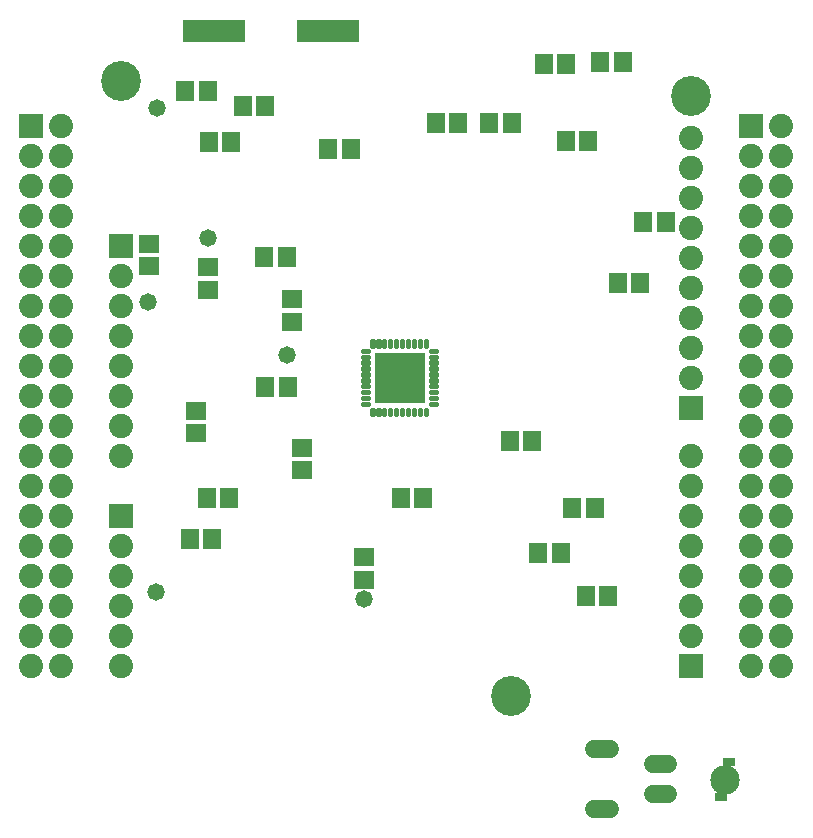
<source format=gbr>
G04 EAGLE Gerber RS-274X export*
G75*
%MOMM*%
%FSLAX34Y34*%
%LPD*%
%INSoldermask Top*%
%IPPOS*%
%AMOC8*
5,1,8,0,0,1.08239X$1,22.5*%
G01*
%ADD10R,1.503200X1.703200*%
%ADD11R,1.703200X1.503200*%
%ADD12C,1.524000*%
%ADD13R,1.100000X0.675000*%
%ADD14C,2.503200*%
%ADD15R,2.053200X2.053200*%
%ADD16C,2.053200*%
%ADD17C,3.378200*%
%ADD18R,5.283200X1.981200*%
%ADD19R,1.503200X1.803200*%
%ADD20R,1.803200X1.503200*%
%ADD21C,1.473200*%
%ADD22C,0.313166*%
%ADD23R,4.353200X4.353200*%


D10*
X500040Y660680D03*
X519040Y660680D03*
X452780Y406400D03*
X471780Y406400D03*
X196240Y358140D03*
X215240Y358140D03*
D11*
X186860Y431820D03*
X186860Y412820D03*
X276860Y400660D03*
X276860Y381660D03*
D10*
X264540Y452160D03*
X245540Y452160D03*
X244940Y561940D03*
X263940Y561940D03*
X435420Y675800D03*
X454420Y675800D03*
X500480Y725540D03*
X481480Y725540D03*
X529440Y727340D03*
X548440Y727340D03*
D12*
X573536Y107220D02*
X586744Y107220D01*
X586744Y132620D02*
X573536Y132620D01*
X537444Y145520D02*
X524236Y145520D01*
X524236Y94720D02*
X537444Y94720D01*
D13*
X631512Y104739D03*
X638512Y134489D03*
D14*
X635012Y119614D03*
D15*
X123940Y342820D03*
D16*
X123940Y317420D03*
X123940Y292020D03*
X123940Y266620D03*
X123940Y241220D03*
X123940Y215820D03*
D15*
X123940Y571420D03*
D16*
X123940Y546020D03*
X123940Y520620D03*
X123940Y495220D03*
X123940Y469820D03*
X123940Y444420D03*
X123940Y419020D03*
X123940Y393620D03*
D15*
X47740Y673020D03*
D16*
X73140Y673020D03*
X47740Y647620D03*
X73140Y647620D03*
X47740Y622220D03*
X73140Y622220D03*
X47740Y596820D03*
X73140Y596820D03*
X47740Y571420D03*
X73140Y571420D03*
X47740Y546020D03*
X73140Y546020D03*
X47740Y520620D03*
X73140Y520620D03*
X47740Y495220D03*
X73140Y495220D03*
X47740Y469820D03*
X73140Y469820D03*
X47740Y444420D03*
X73140Y444420D03*
X47740Y419020D03*
X73140Y419020D03*
X47740Y393620D03*
X73140Y393620D03*
X47740Y368220D03*
X73140Y368220D03*
X47740Y342820D03*
X73140Y342820D03*
X47740Y317420D03*
X73140Y317420D03*
X47740Y292020D03*
X73140Y292020D03*
X47740Y266620D03*
X73140Y266620D03*
X47740Y241220D03*
X73140Y241220D03*
X47740Y215820D03*
X73140Y215820D03*
D15*
X606540Y434260D03*
D16*
X606540Y459660D03*
X606540Y485060D03*
X606540Y510460D03*
X606540Y535860D03*
X606540Y561260D03*
X606540Y586660D03*
X606540Y612060D03*
X606540Y637460D03*
X606540Y662860D03*
X606540Y266620D03*
X606540Y292020D03*
X606540Y317420D03*
X606540Y342820D03*
X606540Y368220D03*
X606540Y393620D03*
D15*
X606540Y215820D03*
D16*
X606540Y241220D03*
D15*
X657340Y672770D03*
D16*
X682740Y672770D03*
X657340Y647370D03*
X682740Y647370D03*
X657340Y621970D03*
X682740Y621970D03*
X657340Y596570D03*
X682740Y596570D03*
X657340Y571170D03*
X682740Y571170D03*
X657340Y545770D03*
X682740Y545770D03*
X657340Y520370D03*
X682740Y520370D03*
X657340Y494970D03*
X682740Y494970D03*
X657340Y469570D03*
X682740Y469570D03*
X657340Y444170D03*
X682740Y444170D03*
X657340Y418770D03*
X682740Y418770D03*
X657340Y393370D03*
X682740Y393370D03*
X657340Y367970D03*
X682740Y367970D03*
X657340Y342570D03*
X682740Y342570D03*
X657340Y317170D03*
X682740Y317170D03*
X657340Y291770D03*
X682740Y291770D03*
X657340Y266370D03*
X682740Y266370D03*
X657340Y240970D03*
X682740Y240970D03*
X657340Y215570D03*
X682740Y215570D03*
D17*
X606540Y698420D03*
X123940Y711120D03*
X454140Y190420D03*
D18*
X298820Y753240D03*
X202300Y753240D03*
D19*
X318040Y653960D03*
X299040Y653960D03*
X200960Y323280D03*
X181960Y323280D03*
D20*
X196900Y534400D03*
X196900Y553400D03*
X147140Y573140D03*
X147140Y554140D03*
D19*
X216900Y659120D03*
X197900Y659120D03*
X565880Y591520D03*
X584880Y591520D03*
X544260Y540140D03*
X563260Y540140D03*
X389960Y675640D03*
X408960Y675640D03*
X177840Y702720D03*
X196840Y702720D03*
X226840Y689680D03*
X245840Y689680D03*
X524600Y349200D03*
X505600Y349200D03*
X360600Y357900D03*
X379600Y357900D03*
X476880Y311520D03*
X495880Y311520D03*
X517020Y274780D03*
X536020Y274780D03*
D20*
X268140Y526480D03*
X268140Y507480D03*
X329020Y307780D03*
X329020Y288780D03*
D21*
X153720Y687960D03*
X146800Y524260D03*
X153500Y278860D03*
X197400Y578100D03*
X263846Y479470D03*
X328920Y272260D03*
D22*
X328210Y476690D02*
X333110Y476690D01*
X328210Y476690D02*
X328210Y477790D01*
X333110Y477790D01*
X333110Y476690D01*
X333110Y471690D02*
X328210Y471690D01*
X328210Y472790D01*
X333110Y472790D01*
X333110Y471690D01*
X333110Y466690D02*
X328210Y466690D01*
X328210Y467790D01*
X333110Y467790D01*
X333110Y466690D01*
X333110Y461690D02*
X328210Y461690D01*
X328210Y462790D01*
X333110Y462790D01*
X333110Y461690D01*
X333110Y456690D02*
X328210Y456690D01*
X328210Y457790D01*
X333110Y457790D01*
X333110Y456690D01*
X333110Y451690D02*
X328210Y451690D01*
X328210Y452790D01*
X333110Y452790D01*
X333110Y451690D01*
X333110Y446690D02*
X328210Y446690D01*
X328210Y447790D01*
X333110Y447790D01*
X333110Y446690D01*
X333110Y441690D02*
X328210Y441690D01*
X328210Y442790D01*
X333110Y442790D01*
X333110Y441690D01*
X333110Y436690D02*
X328210Y436690D01*
X328210Y437790D01*
X333110Y437790D01*
X333110Y436690D01*
X337460Y432940D02*
X337460Y428040D01*
X336360Y428040D01*
X336360Y432940D01*
X337460Y432940D01*
X337460Y431015D02*
X336360Y431015D01*
X342460Y432940D02*
X342460Y428040D01*
X341360Y428040D01*
X341360Y432940D01*
X342460Y432940D01*
X342460Y431015D02*
X341360Y431015D01*
X347460Y432940D02*
X347460Y428040D01*
X346360Y428040D01*
X346360Y432940D01*
X347460Y432940D01*
X347460Y431015D02*
X346360Y431015D01*
X352460Y432940D02*
X352460Y428040D01*
X351360Y428040D01*
X351360Y432940D01*
X352460Y432940D01*
X352460Y431015D02*
X351360Y431015D01*
X357460Y432940D02*
X357460Y428040D01*
X356360Y428040D01*
X356360Y432940D01*
X357460Y432940D01*
X357460Y431015D02*
X356360Y431015D01*
X362460Y432940D02*
X362460Y428040D01*
X361360Y428040D01*
X361360Y432940D01*
X362460Y432940D01*
X362460Y431015D02*
X361360Y431015D01*
X367460Y432940D02*
X367460Y428040D01*
X366360Y428040D01*
X366360Y432940D01*
X367460Y432940D01*
X367460Y431015D02*
X366360Y431015D01*
X372460Y432940D02*
X372460Y428040D01*
X371360Y428040D01*
X371360Y432940D01*
X372460Y432940D01*
X372460Y431015D02*
X371360Y431015D01*
X377460Y432940D02*
X377460Y428040D01*
X376360Y428040D01*
X376360Y432940D01*
X377460Y432940D01*
X377460Y431015D02*
X376360Y431015D01*
X382460Y432940D02*
X382460Y428040D01*
X381360Y428040D01*
X381360Y432940D01*
X382460Y432940D01*
X382460Y431015D02*
X381360Y431015D01*
X386210Y481690D02*
X391110Y481690D01*
X386210Y481690D02*
X386210Y482790D01*
X391110Y482790D01*
X391110Y481690D01*
X391110Y476690D02*
X386210Y476690D01*
X386210Y477790D01*
X391110Y477790D01*
X391110Y476690D01*
X391110Y471690D02*
X386210Y471690D01*
X386210Y472790D01*
X391110Y472790D01*
X391110Y471690D01*
X391110Y466690D02*
X386210Y466690D01*
X386210Y467790D01*
X391110Y467790D01*
X391110Y466690D01*
X391110Y461690D02*
X386210Y461690D01*
X386210Y462790D01*
X391110Y462790D01*
X391110Y461690D01*
X391110Y456690D02*
X386210Y456690D01*
X386210Y457790D01*
X391110Y457790D01*
X391110Y456690D01*
X391110Y451690D02*
X386210Y451690D01*
X386210Y452790D01*
X391110Y452790D01*
X391110Y451690D01*
X391110Y446690D02*
X386210Y446690D01*
X386210Y447790D01*
X391110Y447790D01*
X391110Y446690D01*
X391110Y441690D02*
X386210Y441690D01*
X386210Y442790D01*
X391110Y442790D01*
X391110Y441690D01*
X391110Y436690D02*
X386210Y436690D01*
X386210Y437790D01*
X391110Y437790D01*
X391110Y436690D01*
X337460Y486040D02*
X337460Y490940D01*
X337460Y486040D02*
X336360Y486040D01*
X336360Y490940D01*
X337460Y490940D01*
X337460Y489015D02*
X336360Y489015D01*
X342460Y490940D02*
X342460Y486040D01*
X341360Y486040D01*
X341360Y490940D01*
X342460Y490940D01*
X342460Y489015D02*
X341360Y489015D01*
X347460Y490940D02*
X347460Y486040D01*
X346360Y486040D01*
X346360Y490940D01*
X347460Y490940D01*
X347460Y489015D02*
X346360Y489015D01*
X352460Y490940D02*
X352460Y486040D01*
X351360Y486040D01*
X351360Y490940D01*
X352460Y490940D01*
X352460Y489015D02*
X351360Y489015D01*
X357460Y490940D02*
X357460Y486040D01*
X356360Y486040D01*
X356360Y490940D01*
X357460Y490940D01*
X357460Y489015D02*
X356360Y489015D01*
X362460Y490940D02*
X362460Y486040D01*
X361360Y486040D01*
X361360Y490940D01*
X362460Y490940D01*
X362460Y489015D02*
X361360Y489015D01*
X367460Y490940D02*
X367460Y486040D01*
X366360Y486040D01*
X366360Y490940D01*
X367460Y490940D01*
X367460Y489015D02*
X366360Y489015D01*
X372460Y490940D02*
X372460Y486040D01*
X371360Y486040D01*
X371360Y490940D01*
X372460Y490940D01*
X372460Y489015D02*
X371360Y489015D01*
X377460Y490940D02*
X377460Y486040D01*
X376360Y486040D01*
X376360Y490940D01*
X377460Y490940D01*
X377460Y489015D02*
X376360Y489015D01*
X382460Y490940D02*
X382460Y486040D01*
X381360Y486040D01*
X381360Y490940D01*
X382460Y490940D01*
X382460Y489015D02*
X381360Y489015D01*
X333110Y481690D02*
X328210Y481690D01*
X328210Y482790D01*
X333110Y482790D01*
X333110Y481690D01*
D23*
X359410Y459740D03*
M02*

</source>
